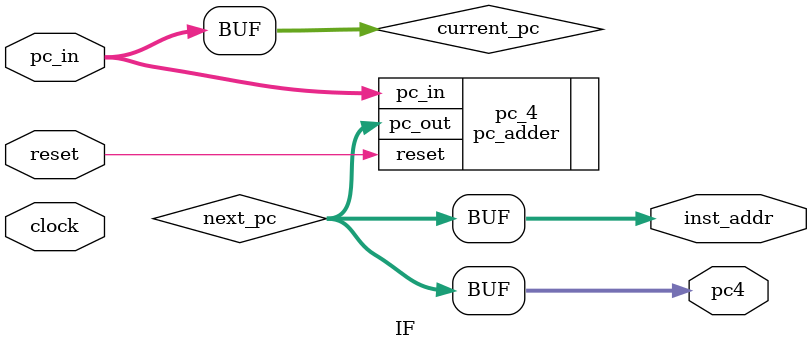
<source format=v>

module IF (
  input clock,
  input reset,
  input [31:0] pc_in,

  output [31:0] pc4,
  output [31:0] inst_addr
);

  reg [31:0] current_pc = pc_in;
  wire [31:0] next_pc;

  pc_adder pc_4(.reset(reset), .pc_in(current_pc), .pc_out(next_pc));

  assign pc4 = next_pc;
  assign inst_addr = next_pc;
  
endmodule
</source>
